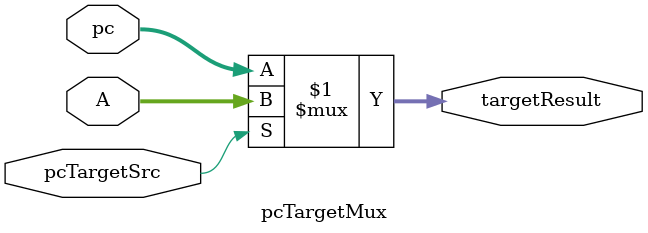
<source format=sv>
`timescale 1ns / 1ps


module pcTargetMux(
input logic [31:0] pc, A,
input logic pcTargetSrc,
output logic [31:0] targetResult
    );

assign targetResult = (pcTargetSrc)?A:pc;

endmodule

</source>
